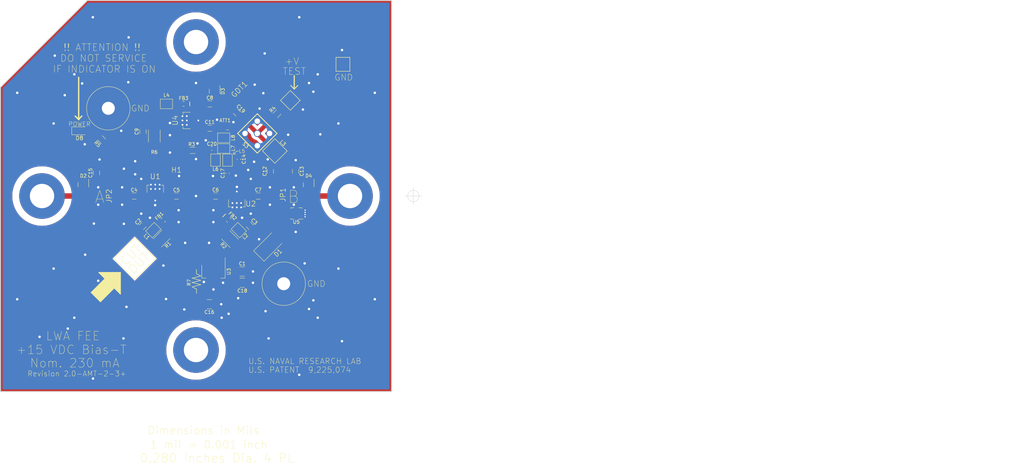
<source format=kicad_pcb>
(kicad_pcb (version 20221018) (generator pcbnew)
  (title_block (title "LWA FEE") (date "2022-04-14") (rev "2.0-32+") (company "Long Wavelength Array") (comment 1 "Brian Hicks / Whitham D. Reeve") (comment 2 "Washington, DC 20375") (comment 3 "4555 Overlook Avenue SW") (comment 4 "U.S. Naval Research Laboratory"))
  (layers (0 "F.Cu" signal) (31 "B.Cu" signal) (34 "B.Paste" user) (35 "F.Paste" user) (36 "B.SilkS" user "B.Silkscreen") (37 "F.SilkS" user "F.Silkscreen") (38 "B.Mask" user) (39 "F.Mask" user) (44 "Edge.Cuts" user))
  (net 0 "")
  (net 1 "GND")
  (net 2 "Net-(ATT1-Pad1)")
  (net 3 "Net-(ATT1-Pad2)")
  (net 4 "Net-(D1-K)")
  (net 5 "Net-(C2-Pad2)")
  (net 6 "Net-(C3-Pad2)")
  (net 7 "Net-(FP1-Pin_1)")
  (net 8 "Net-(C4-Pad1)")
  (net 9 "Net-(C5-Pad1)")
  (net 10 "Net-(C5-Pad2)")
  (net 11 "Net-(C6-Pad2)")
  (net 12 "Net-(C6-Pad1)")
  (net 13 "Net-(C7-Pad1)")
  (net 14 "Net-(FP2-Pin_1)")
  (net 15 "/DC_PWR")
  (net 16 "Net-(C8-Pad2)")
  (net 17 "Net-(C9-Pad2)")
  (net 18 "/VReg")
  (net 19 "Net-(C11-Pad1)")
  (net 20 "Net-(JP1-B)")
  (net 21 "Net-(C14-Pad2)")
  (net 22 "Net-(JP2-A)")
  (net 23 "Net-(C17-Pad2)")
  (net 24 "Net-(D1-A)")
  (net 25 "Net-(D8-A)")
  (net 26 "Net-(FB1-Pad1)")
  (net 27 "Net-(FB2-Pad1)")
  (net 28 "Net-(FB3-Pad1)")
  (net 31 "Net-(H1-Pad1)")
  (net 32 "Net-(H1-Pad3)")
  (net 33 "Net-(C19-Pad2)")
  (net 35 "Net-(C20-Pad2)")
  (net 36 "Net-(R4-Pad2)")
  (footprint "Diode_SMD:D_SMB_Handsoldering" (layer "F.Cu") (at 147.564102 155.940508 45)
    (fp_text reference "D1")
    (fp_text value "SK24")
  )
  (footprint "LED_SMD:LED_1206_3216Metric" (layer "F.Cu") (at 91.8464 122.682)
    (fp_text reference "D8")
    (fp_text value "Green")
  )
  (footprint "Inductor_SMD:L_0805_2012Metric_Pad1.15x1.40mm_HandSolder" (layer "F.Cu") (at 135.442754 148.752354 135)
    (fp_text reference "FB2")
    (fp_text value "HZ0805C202R-10")
  )
  (footprint "LWA Balun 2020:Feedpoint" (layer "F.Cu") (at 80.8824 141.732)
    (fp_text reference "FP1" hide)
    (fp_text value "1/4-20 FREE-FIT")
  )
  (footprint "LWA Balun 2020:Feedpoint" (layer "F.Cu") (at 170.8824 141.732)
    (fp_text reference "FP2" hide)
    (fp_text value "1/4-20 FREE-FIT")
  )
  (footprint "LWA Balun 2020:Feedpoint" (layer "F.Cu") (at 125.8824 96.732)
    (fp_text reference "FP3" hide)
    (fp_text value "1/4-20 FREE-FIT")
  )
  (footprint "LWA Balun 2020:Feedpoint" (layer "F.Cu") (at 125.8824 186.732)
    (fp_text reference "FP4" hide)
    (fp_text value "1/4-20 FREE-FIT")
  )
  (footprint "LWA Balun 2020:AMT-2" (layer "F.Cu") (at 128.4224 133.35 180)
    (fp_text reference "H1")
    (fp_text value "AMT-32+")
  )
  (footprint "LWA Balun 2020:1008CS" (layer "F.Cu") (at 113.387353 151.687047 45)
    (fp_text reference "L1")
    (fp_text value "4.7 uH")
  )
  (footprint "LWA Balun 2020:1008CS" (layer "F.Cu") (at 138.374613 151.684213 135)
    (fp_text reference "L2")
    (fp_text value "4.7 uH")
  )
  (footprint "LWA Balun 2020:Harwin_TP_S1751-46R" (layer "F.Cu") (at 168.8084 103.251)
    (fp_text reference "TP2" hide)
    (fp_text value "GND TEST")
  )
  (footprint "LWA Balun 2020:MCL_Gali" (layer "F.Cu") (at 113.9698 139.954 90)
    (fp_text reference "U1")
    (fp_text value "GALI-74+")
  )
  (footprint "LWA Balun 2020:MCL_Gali" (layer "F.Cu") (at 123.4694 119.6594 180)
    (fp_text reference "U4")
    (fp_text value "GALI-6+")
  )
  (footprint "LWA Balun 2020:S1621-46R" (layer "F.Cu") (at 100.4824 141.87 -90)
    (fp_text reference "JP2")
    (fp_text value "JS1621-46R")
  )
  (footprint "LWA Balun 2020:1008CS" (layer "F.Cu") (at 117.242412 114.808)
    (fp_text reference "L4")
    (fp_text value "4.7 uH")
  )
  (footprint "Inductor_SMD:L_0805_2012Metric_Pad1.15x1.40mm_HandSolder" (layer "F.Cu") (at 122.2494 114.808)
    (fp_text reference "FB3")
    (fp_text value "HZ0805C202R-10")
  )
  (footprint "LWA Balun 2020:1008PS" (layer "F.Cu") (at 148.923327 128.577927 -45)
    (fp_text reference "L3")
    (fp_text value "4.7 uH")
  )
  (footprint "LWA Balun 2020:2035-09-SM-RPLF" (layer "F.Cu") (at 141.50732 113.28008 -135)
    (fp_text reference "GDT1")
    (fp_text value "2035-09-SM-RPLF")
  )
  (footprint "LWA Balun 2020:GND_Bolt" (layer "F.Cu") (at 151.508028 167.357628)
    (fp_text reference "MH1" hide)
    (fp_text value "GND_Bolt")
  )
  (footprint "Inductor_SMD:L_0805_2012Metric_Pad1.15x1.40mm_HandSolder" (layer "F.Cu") (at 116.322046 148.752354 45)
    (fp_text reference "FB1")
    (fp_text value "HZ0805C202R-10")
  )
  (footprint "LWA Balun 2020:GND_Bolt" (layer "F.Cu") (at 100.256772 116.106372)
    (fp_text reference "MH2" hide)
    (fp_text value "GND_Bolt")
  )
  (footprint "LWA Balun 2020:C_1206_3216Metric_Pad1.6x1.8mm" (layer "F.Cu") (at 110.297221 150.476589 -135)
    (fp_text reference "C2")
    (fp_text value "0.1 uF")
  )
  (footprint "LWA Balun 2020:C_1206_3216Metric_Pad1.6x1.8mm" (layer "F.Cu") (at 141.591331 150.455931 -45)
    (fp_text reference "C3")
    (fp_text value "0.1 uF")
  )
  (footprint "LWA Balun 2020:C_1206_3216Metric_Pad1.6x1.8mm" (layer "F.Cu") (at 120.1644 141.732 180)
    (fp_text reference "C5")
    (fp_text value "0.1 uF")
  )
  (footprint "LWA Balun 2020:C_1206_3216Metric_Pad1.6x1.8mm" (layer "F.Cu") (at 131.6004 141.732)
    (fp_text reference "C6")
    (fp_text value "0.1 uF")
  )
  (footprint "LWA Balun 2020:C_1206_3216Metric_Pad1.6x1.8mm" (layer "F.Cu") (at 144.046397 141.732)
    (fp_text reference "C7")
    (fp_text value "1000 pF")
  )
  (footprint "LWA Balun 2020:C_1206_3216Metric_Pad1.6x1.8mm" (layer "F.Cu") (at 129.9099 114.808 180)
    (fp_text reference "C8")
    (fp_text value "0.1 uF")
  )
  (footprint "LWA Balun 2020:C_1206_3216Metric_Pad1.6x1.8mm" (layer "F.Cu") (at 110.3884 122.8965 90)
    (fp_text reference "C9")
    (fp_text value "0.1 uF")
  )
  (footprint "LWA Balun 2020:C_1206_3216Metric_Pad1.6x1.8mm" (layer "F.Cu") (at 129.9099 121.92)
    (fp_text reference "C11")
    (fp_text value "1000 pF")
  )
  (footprint "LWA Balun 2020:C_1206_3216Metric_Pad1.6x1.8mm" (layer "F.Cu") (at 147.6024 134.512 -90)
    (fp_text reference "C12")
    (fp_text value "0.1 uF")
  )
  (footprint "LWA Balun 2020:C_1206_3216Metric_Pad1.6x1.8mm" (layer "F.Cu") (at 154.9624 134.512 -90)
    (fp_text reference "C13")
    (fp_text value "0.1 uF")
  )
  (footprint "LWA Balun 2020:C_1206_3216Metric_Pad1.6x1.8mm" (layer "F.Cu") (at 96.7994 134.998 -90)
    (fp_text reference "C15")
    (fp_text value "0.1 uF")
  )
  (footprint "LWA Balun 2020:R_2512_6332Metric_Pad1.8x3.35mm" (layer "F.Cu") (at 115.849399 154.172611 -135)
    (fp_text reference "R1")
    (fp_text value "91R")
  )
  (footprint "LWA Balun 2020:R_2512_6332Metric_Pad1.8x3.35mm" (layer "F.Cu") (at 113.6904 124.206 90)
    (fp_text reference "R6")
    (fp_text value "95.3R")
  )
  (footprint "LWA Balun 2020:R_2512_6332Metric_Pad1.8x3.35mm" (layer "F.Cu") (at 135.788401 154.299611 -45)
    (fp_text reference "R2")
    (fp_text value "91R")
  )
  (footprint "LWA Balun 2020:1008CS" (layer "F.Cu") (at 131.572 131.23781 -90)
    (fp_text reference "L6")
    (fp_text value "33 nH")
  )
  (footprint "LWA Balun 2020:1008CS" (layer "F.Cu") (at 135.1026 131.23781 90)
    (fp_text reference "L5" hide)
    (fp_text value "100 nH")
  )
  (footprint "LWA Balun 2020:MCL_Gali" (layer "F.Cu") (at 137.795 143.51 -90)
    (fp_text reference "U2")
    (fp_text value "GALI-74+")
  )
  (footprint "LWA Balun 2020:C_1206_3216Metric_Pad1.6x1.8mm" (layer "F.Cu") (at 107.8059 141.732 180)
    (fp_text reference "C4")
    (fp_text value "1000 pF")
  )
  (footprint "LWA Balun 2020:C_1206_3216Metric_Pad1.6x1.8mm" (layer "F.Cu") (at 137.821051 117.348651 135)
    (fp_text reference "C19")
    (fp_text value "0.1 uF")
  )
  (footprint "Capacitor_SMD:C_0603_1608Metric_Pad1.08x0.95mm_HandSolder" (layer "F.Cu") (at 138.4046 130.96981 90)
    (fp_text reference "C14")
    (fp_text value "33 pF")
  )
  (footprint "Capacitor_SMD:C_0603_1608Metric_Pad1.08x0.95mm_HandSolder" (layer "F.Cu") (at 135.1026 135.114 90)
    (fp_text reference "C17")
    (fp_text value "33 pF")
  )
  (footprint "LWA Balun 2020:1008CS" (layer "F.Cu") (at 133.9596 127.8636 180)
    (fp_text reference "L7")
    (fp_text value "33 nH")
  )
  (footprint "Capacitor_SMD:C_0603_1608Metric_Pad1.08x0.95mm_HandSolder" (layer "F.Cu") (at 130.5063 127.8636)
    (fp_text reference "C20")
    (fp_text value "OPT")
  )
  (footprint "Resistor_SMD:R_1206_3216Metric_Pad1.30x1.75mm_HandSolder" (layer "F.Cu") (at 124.8924 128.397 180)
    (fp_text reference "R3")
    (fp_text value "51R")
  )
  (footprint "LWA Balun 2020:RF_Attenuator_Susumu_PAT1220_3D" (layer "F.Cu") (at 134.3526 121.32 180)
    (fp_text reference "ATT1")
    (fp_text value "PAT1220-C-3DB")
  )
  (footprint "Package_TO_SOT_SMD:SOT-23" (layer "F.Cu") (at 92.9574 138.446 -90)
    (fp_text reference "D2")
    (fp_text value "BAV99LT1G")
  )
  (footprint "Package_TO_SOT_SMD:SOT-23" (layer "F.Cu") (at 158.8074 138.446 -90)
    (fp_text reference "D4")
    (fp_text value "BAV99LT1G")
  )
  (footprint "Package_TO_SOT_SMD:SOT-23" (layer "F.Cu") (at 131.3099 111.141 -90)
    (fp_text reference "D3")
    (fp_text value "BAV99LT1G")
  )
  (footprint "LWA Balun 2020:S1621-46R" (layer "F.Cu") (at 151.2824 141.362 90)
    (fp_text reference "JP1")
    (fp_text value "JS1621-46R")
  )
  (footprint "Resistor_SMD:R_1206_3216Metric_Pad1.30x1.75mm_HandSolder" (layer "F.Cu") (at 149.540221 117.693179 45)
    (fp_text reference "R4")
    (fp_text value "4.7k")
  )
  (footprint "LWA Balun 2020:Harwin_TP_S1751-46R" (layer "F.Cu") (at 153.44139 113.792 45)
    (fp_text reference "TP1" hide)
    (fp_text value "+V TEST")
  )
  (footprint "LWA Balun 2020:1008CS_RES" (layer "F.Cu") (at 133.9596 124.714)
    (fp_text reference "L8")
    (fp_text value "OPT")
  )
  (footprint "Capacitor_SMD:C_1210_3225Metric_Pad1.33x2.70mm_HandSolder" (layer "F.Cu") (at 129.7829 173.355 180)
    (fp_text reference "C16")
    (fp_text value "22 uF")
  )
  (footprint "Package_TO_SOT_SMD:SOT-223-3_TabPin2" (layer "F.Cu") (at 130.9764 163.805 -90)
    (fp_text reference "U3")
    (fp_text value "LM2937IMP-12")
  )
  (footprint "Capacitor_SMD:C_1210_3225Metric_Pad1.33x2.70mm_HandSolder" (layer "F.Cu") (at 139.3829 167.0812 180)
    (fp_text reference "C18")
    (fp_text value "10 uF")
  )
  (footprint "Capacitor_SMD:C_1210_3225Metric_Pad1.33x2.70mm_HandSolder" (layer "F.Cu") (at 139.3829 163.76996 180)
    (fp_text reference "C1")
    (fp_text value "10 uF")
  )
  (footprint "LWA Balun 2020:ESR_20_mOhm" (layer "F.Cu") (at 126.0094 167.005 90)
    (fp_text reference "R7")
    (fp_text value "20 mOhm")
  )
  (footprint "LWA Balun 2020:Texas_DRB0008A_VSON-N8_No_Vias" (layer "F.Cu") (at 155.179747 146.828826 180)
    (fp_text reference "U5")
    (fp_text value "TVS2201")
  )
  (footprint "FabDrawingTemplates:FabDrawing-2Layer-Imperial_LWA" (layer "F.Cu") (at 237.6424 116.967)
    (fp_text reference "G1" hide)
    (fp_text value "PCB Layer Stackup Detail" hide)
  )
  (footprint "Resistor_SMD:R_1206_3216Metric_Pad1.30x1.75mm_HandSolder" (layer "F.Cu") (at 98.344334 125.242934 135)
    (fp_text reference "R5")
    (fp_text value "4.7k")
  )
  (footprint "LWA Balun 2020:SMA_142-0701-201" (layer "B.Cu") (at 143.7894 123.444 -45)
    (fp_text reference "S3")
    (fp_text value "RF OUT+DC IN")
  )
  (gr_line (start 136.8552 129.4892) (end 137.4902 129.4892) (stroke (width 0.127)) (layer "F.SilkS"))
  (gr_line (start 136.8552 129.4892) (end 136.8552 128.8542) (stroke (width 0.127)) (layer "F.SilkS"))
  (gr_line (start 136.8552 129.4892) (end 137.7442 128.6002) (stroke (width 0.127)) (layer "F.SilkS"))
  (gr_line (start 137.7442 128.6002) (end 138.3792 128.6002) (stroke (width 0.127)) (layer "F.SilkS"))
  (gr_line (start 107.9754 166.116) (end 114.0714 160.02) (stroke (width 0.15)) (layer "F.SilkS"))
  (gr_line (start 149.53676 123.444) (end 143.7894 129.19136) (stroke (width 0.254)) (layer "F.SilkS"))
  (gr_line (start 103.7844 170.37018) (end 103.7844 164.084) (stroke (width 0.254)) (layer "F.SilkS"))
  (gr_line (start 124.0494 115.408) (end 124.0494 114.208) (stroke (width 0.2)) (layer "F.SilkS"))
  (gr_line (start 99.29427 165.88005) (end 95.25316 169.92117) (stroke (width 0.254)) (layer "F.SilkS"))
  (gr_line (start 154.5844 110.46839) (end 154.5844 106.553) (stroke (width 0.254)) (layer "F.SilkS"))
  (gr_line (start 101.8794 160.02) (end 107.9754 153.924) (stroke (width 0.15)) (layer "F.SilkS"))
  (gr_line (start 154.5844 110.46839) (end 153.54269 109.42668) (stroke (width 0.254)) (layer "F.SilkS"))
  (gr_line (start 114.0714 160.02) (end 107.9754 153.924) (stroke (width 0.15)) (layer "F.SilkS"))
  (gr_poly (pts (xy 102.7684 167.894) (xy 101.98835 168.57413) (xy 99.29427 165.88005) (xy 99.9744 165.1)) (stroke (width 0.1)) (fill solid) (layer "F.SilkS"))
  (gr_line (start 101.8794 160.02) (end 107.9754 166.116) (stroke (width 0.15)) (layer "F.SilkS"))
  (gr_line (start 134.52352 146.98459) (end 133.67499 147.83312) (stroke (width 0.2)) (layer "F.SilkS"))
  (gr_line (start 103.7844 170.37018) (end 101.98835 168.57413) (stroke (width 0.254)) (layer "F.SilkS"))
  (gr_line (start 91.5924 119.38) (end 90.5764 118.364) (stroke (width 0.381)) (layer "F.SilkS"))
  (gr_line (start 149.53676 123.444) (end 143.7894 117.69664) (stroke (width 0.254)) (layer "F.SilkS"))
  (gr_poly (pts (xy 103.7844 170.37018) (xy 101.98835 168.57413) (xy 102.7684 167.894) (xy 99.9744 165.1) (xy 99.29427 165.88005) (xy 97.49822 164.084) (xy 103.7844 164.084)) (stroke (width 0.1)) (fill solid) (layer "F.SilkS"))
  (gr_line (start 143.7894 129.19136) (end 138.04204 123.444) (stroke (width 0.254)) (layer "F.SilkS"))
  (gr_line (start 143.7894 117.69664) (end 138.04204 123.444) (stroke (width 0.254)) (layer "F.SilkS"))
  (gr_line (start 91.5924 119.38) (end 92.4814 118.364) (stroke (width 0.381)) (layer "F.SilkS"))
  (gr_line (start 101.98835 168.57413) (end 97.94723 172.61524) (stroke (width 0.254)) (layer "F.SilkS"))
  (gr_line (start 154.5844 110.46839) (end 154.5844 106.553) (stroke (width 0.254)) (layer "F.SilkS"))
  (gr_line (start 99.29427 165.88005) (end 97.49822 164.084) (stroke (width 0.254)) (layer "F.SilkS"))
  (gr_line (start 155.62611 109.42668) (end 154.5844 110.46839) (stroke (width 0.254)) (layer "F.SilkS"))
  (gr_line (start 97.94723 172.61524) (end 95.25316 169.92117) (stroke (width 0.254)) (layer "F.SilkS"))
  (gr_poly (pts (xy 101.98835 168.57413) (xy 97.94723 172.61524) (xy 95.25316 169.92117) (xy 99.29427 165.88005)) (stroke (width 0.1)) (fill solid) (layer "F.SilkS"))
  (gr_line (start 103.7844 164.084) (end 97.49822 164.084) (stroke (width 0.254)) (layer "F.SilkS"))
  (gr_line (start 91.5924 107.061) (end 91.5924 119.38) (stroke (width 0.381)) (layer "F.SilkS"))
  (gr_line (start 183.0324 198.882) (end 183.0324 84.582) (stroke (width 0.254)) (layer "Edge.Cuts"))
  (gr_line (start 183.0324 84.582) (end 94.1324 84.582) (stroke (width 0.254)) (layer "Edge.Cuts"))
  (gr_line (start 68.7324 198.882) (end 68.7324 109.982) (stroke (width 0.254)) (layer "Edge.Cuts"))
  (gr_line (start 114.3254 160.02) (end 107.9754 153.67) (stroke (width 0.0254)) (layer "Edge.Cuts"))
  (gr_line (start 114.3254 160.02) (end 107.9754 166.37) (stroke (width 0.0254)) (layer "Edge.Cuts"))
  (gr_line (start 107.9754 166.37) (end 101.6254 160.02) (stroke (width 0.0254)) (layer "Edge.Cuts"))
  (gr_line (start 183.0324 198.882) (end 68.7324 198.882) (stroke (width 0.254)) (layer "Edge.Cuts"))
  (gr_line (start 107.9754 153.67) (end 101.6254 160.02) (stroke (width 0.0254)) (layer "Edge.Cuts"))
  (gr_line (start 94.1324 84.582) (end 68.7324 109.982) (stroke (width 0.254)) (layer "Edge.Cuts"))
  (gr_text "A" (at 96.1644 141.986) (layer "F.SilkS") (effects (font (size 3.556 3.556) (thickness 0.1)) (justify left)))
  (gr_text "+V" (at 156.1084 102.362) (layer "F.SilkS") (effects (font (size 2.032 2.032) (thickness 0.1)) (justify right)))
  (gr_text "GND" (at 166.2684 107.061) (layer "F.SilkS") (effects (font (size 1.778 1.778) (thickness 0.1)) (justify left)))
  (gr_text "GND" (at 106.8324 116.106372) (layer "F.SilkS") (effects (font (size 1.778 1.778) (thickness 0.1)) (justify left)))
  (gr_text "POWER" (at 88.5444 120.7008) (layer "F.SilkS") (effects (font (size 1.27 1.27) (thickness 0.1)) (justify left)))
  (gr_text "Revision 2.0-AMT-2-3+" (at 105.5784 193.6496) (layer "F.SilkS") (effects (font (size 1.524 1.524) (thickness 0.1)) (justify right)))
  (gr_text "B" (at 152.5524 141.986) (layer "F.SilkS") (effects (font (size 3.556 3.556) (thickness 0.1)) (justify left)))
  (gr_text "+15 VDC Bias-T" (at 105.673286 186.6392) (layer "F.SilkS") (effects (font (size 2.54 2.54) (thickness 0.1)) (justify right)))
  (gr_text "TEST" (at 158.125495 105.283) (layer "F.SilkS") (effects (font (size 2.032 2.032) (thickness 0.1)) (justify right)))
  (gr_text "GND" (at 158.2674 167.357628) (layer "F.SilkS") (effects (font (size 1.778 1.778) (thickness 0.1)) (justify left)))
  (gr_text "L5" (at 138.3538 128.6256) (layer "F.SilkS") (effects (font (size 1.016 1.016) (thickness 0.1)) (justify left)))
  (gr_text "CUT" (at 104.2924 161.544 45) (layer "F.SilkS") (effects (font (size 2.54 2.54) (thickness 0.1)) (justify left)))
  (gr_text "DO NOT SERVICE" (at 111.6584 101.473) (layer "F.SilkS") (effects (font (size 2.032 2.032) (thickness 0.1)) (justify right)))
  (gr_text "Dimensions in Mils " (at 111.6076 210.2104) (layer "F.SilkS") (effects (font (size 2.286 2.286) (thickness 0.1)) (justify left)))
  (gr_text "1 mil = 0.001 inch" (at 112.4204 214.376) (layer "F.SilkS") (effects (font (size 2.286 2.286) (thickness 0.1)) (justify left)))
  (gr_text "LWA FEE" (at 97.910562 182.626) (layer "F.SilkS") (effects (font (size 2.54 2.54) (thickness 0.1)) (justify right)))
  (gr_text "OUT" (at 106.5784 163.957 45) (layer "F.SilkS") (effects (font (size 2.54 2.54) (thickness 0.1)) (justify left)))
  (gr_text "0.280 Inches Dia. 4 PL" (at 109.3724 218.313) (layer "F.SilkS") (effects (font (size 2.54 2.54) (thickness 0.1)) (justify left)))
  (gr_text "U.S. PATENT  9,225,074" (at 171.254876 192.532) (layer "F.SilkS") (effects (font (size 1.651 1.651) (thickness 0.1)) (justify right)))
  (gr_text "IF INDICATOR IS ON" (at 114.1984 104.648) (layer "F.SilkS") (effects (font (size 2.032 2.032) (thickness 0.1)) (justify right)))
  (gr_text "Nom. 230 mA" (at 103.638867 190.5508) (layer "F.SilkS") (effects (font (size 2.54 2.54) (thickness 0.1)) (justify right)))
  (gr_text "U.S. NAVAL RESEARCH LAB" (at 174.2424 189.992) (layer "F.SilkS") (effects (font (size 1.651 1.651) (thickness 0.1)) (justify right)))
  (gr_text "!! ATTENTION !!" (at 109.7534 98.298) (layer "F.SilkS") (effects (font (size 2.032 2.032) (thickness 0.1)) (justify right)))
  (target plus (at 189.3824 141.732) (size 5) (width 0.1) (layer "Edge.Cuts"))
  (segment (start 157.757248 145.853826) (end 156.729746 145.853826) (width 0.3048) (layer "F.Cu") (net 1))
  (segment (start 157.757247 147.803826) (end 156.729747 147.803826) (width 0.3048) (layer "F.Cu") (net 1))
  (segment (start 157.757247 147.153826) (end 156.729746 147.153826) (width 0.3048) (layer "F.Cu") (net 1))
  (segment (start 157.757247 146.503826) (end 156.729747 146.503826) (width 0.3048) (layer "F.Cu") (net 1))
  (segment (start 126.3174 128.397) (end 126.3174 126.365) (width 1.143) (layer "F.Cu") (net 1))
  (segment (start 140.53951 149.40411) (end 139.3444 148.209) (width 1.143) (layer "F.Cu") (net 1))
  (segment (start 112.4204 148.082) (end 111.2253 149.4041) (width 1.016) (layer "F.Cu") (net 1))
  (segment (start 125.8824 133.35) (end 125.8824 130.937) (width 1.143) (layer "F.Cu") (net 1))
  (segment (start 125.8824 141.732) (end 125.8824 138.43) (width 1.143) (layer "F.Cu") (net 1))
  (segment (start 139.3444 148.209) (end 139.3444 148.082) (width 1.143) (layer "F.Cu") (net 1))
  (via (at 125.8824 141.732) (size 1.27) (drill 0.7112) (layers "F.Cu" "B.Cu") (net 1))
  (via (at 135.4074 176.149) (size 1.27) (drill 0.7112) (layers "F.Cu" "B.Cu") (net 1))
  (via (at 154.4574 144.272) (size 1.27) (drill 0.7112) (layers "F.Cu" "B.Cu") (net 1))
  (via (at 117.1194 171.831) (size 1.27) (drill 0.7112) (layers "F.Cu" "B.Cu") (net 1))
  (via (at 125.8824 130.937) (size 1.27) (drill 0.7112) (layers "F.Cu" "B.Cu") (net 1))
  (via (at 116.3574 162.052) (size 1.27) (drill 0.7112) (layers "F.Cu" "B.Cu") (net 1))
  (via (at 157.757248 145.853826) (size 0.762) (drill 0.381) (layers "F.Cu" "B.Cu") (net 1))
  (via (at 157.757247 147.803826) (size 0.762) (drill 0.381) (layers "F.Cu" "B.Cu") (net 1))
  (via (at 157.757247 147.153826) (size 0.762) (drill 0.381) (layers "F.Cu" "B.Cu") (net 1))
  (via (at 157.757247 146.503826) (size 0.762) (drill 0.381) (layers "F.Cu" "B.Cu") (net 1))
  (via (at 126.3174 126.365) (size 1.27) (drill 0.7112) (layers "F.Cu" "B.Cu") (net 1))
  (via (at 130.98442 169.037) (size 1.27) (drill 0.7112) (layers "F.Cu" "B.Cu") (net 1))
  (via (at 128.1684 166.83804) (size 1.27) (drill 0.7112) (layers "F.Cu" "B.Cu") (net 1))
  (via (at 133.7844 167.07196) (size 1.27) (drill 0.7112) (layers "F.Cu" "B.Cu") (net 1))
  (via (at 142.5194 163.769954) (size 1.27) (drill 0.7112) (layers "F.Cu" "B.Cu") (net 1))
  (via (at 142.5194 167.0812) (size 1.27) (drill 0.7112) (layers "F.Cu" "B.Cu") (net 1))
  (via (at 133.2484 173.355) (size 1.27) (drill 0.7112) (layers "F.Cu" "B.Cu") (net 1))
  (via (at 118.2624 123.952) (size 1.27) (drill 0.7112) (layers "F.Cu" "B.Cu") (net 1))
  (via (at 90.3224 106.172) (size 1.27) (drill 0.7112) (layers "F.Cu" "B.Cu") (net 1))
  (via (at 167.49003 162.93215) (size 1.27) (drill 0.7112) (layers "F.Cu" "B.Cu") (net 1))
  (via (at 146.8374 131.0132) (size 1.27) (drill 0.7112) (layers "F.Cu" "B.Cu") (net 1))
  (via (at 87.5284 112.268) (size 1.27) (drill 0.7112) (layers "F.Cu" "B.Cu") (net 1))
  (via (at 147.4724 139.192) (size 1.27) (drill 0.7112) (layers "F.Cu" "B.Cu") (net 1))
  (via (at 112.4204 148.082) (size 1.27) (drill 0.7112) (layers "F.Cu" "B.Cu") (net 1))
  (via (at 139.3444 148.082) (size 1.27) (drill 0.7112) (layers "F.Cu" "B.Cu") (net 1))
  (via (at 143.0274 109.1946) (size 1.27) (drill 0.7112) (layers "F.Cu" "B.Cu") (net 1))
  (via (at 113.9444 144.399) (size 1.27) (drill 0.7112) (layers "F.Cu" "B.Cu") (net 1))
  (via (at 108.1024 135.382) (size 1.27) (drill 0.7112) (layers "F.Cu" "B.Cu") (net 1))
  (via (at 130.8354 135.89) (size 1.27) (drill 0.7112) (layers "F.Cu" "B.Cu") (net 1))
  (via (at 92.6084 108.839) (size 1.27) (drill 0.7112) (layers "F.Cu" "B.Cu") (net 1))
  (via (at 144.4498 116.1796) (size 1.27) (drill 0.7112) (layers "F.Cu" "B.Cu") (net 1))
  (via (at 93.3704 126.619) (size 1.27) (drill 0.7112) (layers "F.Cu" "B.Cu") (net 1))
  (via (at 95.7199 89.48901) (size 1.27) (drill 0.7112) (layers "F.Cu" "B.Cu") (net 1))
  (via (at 152.8064 123.825) (size 1.27) (drill 0.7112) (layers "F.Cu" "B.Cu") (net 1))
  (via (at 88.4174 180.467) (size 1.27) (drill 0.7112) (layers "F.Cu" "B.Cu") (net 1))
  (via (at 97.3074 139.192) (size 1.27) (drill 0.7112) (layers "F.Cu" "B.Cu") (net 1))
  (via (at 104.2924 144.272) (size 1.27) (drill 0.7112) (layers "F.Cu" "B.Cu") (net 1))
  (via (at 160.1724 172.212) (size 1.27) (drill 0.7112) (layers "F.Cu" "B.Cu") (net 1))
  (via (at 97.3074 144.272) (size 1.27) (drill 0.7112) (layers "F.Cu" "B.Cu") (net 1))
  (via (at 104.8004 149.86) (size 1.27) (drill 0.7112) (layers "F.Cu" "B.Cu") (net 1))
  (via (at 84.6074 100.711) (size 1.27) (drill 0.7112) (layers "F.Cu" "B.Cu") (net 1))
  (via (at 157.1244 116.459) (size 1.27) (drill 0.7112) (layers "F.Cu" "B.Cu") (net 1))
  (via (at 158.9024 108.712) (size 1.27) (drill 0.7112) (layers "F.Cu" "B.Cu") (net 1))
  (via (at 156.0449 89.48902) (size 1.27) (drill 0.7112) (layers "F.Cu" "B.Cu") (net 1))
  (via (at 141.8844 146.8882) (size 1.27) (drill 0.7112) (layers "F.Cu" "B.Cu") (net 1))
  (via (at 96.0374 149.7838) (size 1.27) (drill 0.7112) (layers "F.Cu" "B.Cu") (net 1))
  (via (at 104.68225 183.33963) (size 1.27) (drill 0.7112) (layers "F.Cu" "B.Cu") (net 1))
  (via (at 108.1024 131.572) (size 1.27) (drill 0.7112) (layers "F.Cu" "B.Cu") (net 1))
  (via (at 84.27477 162.93215) (size 1.27) (drill 0.7112) (layers "F.Cu" "B.Cu") (net 1))
  (via (at 73.63941 171.8945) (size 1.27) (drill 0.7112) (layers "F.Cu" "B.Cu") (net 1))
  (via (at 142.8496 131.7244) (size 1.27) (drill 0.7112) (layers "F.Cu" "B.Cu") (net 1))
  (via (at 154.4574 139.192) (size 1.27) (drill 0.7112) (layers "F.Cu" "B.Cu") (net 1))
  (via (at 80.1624 182.88) (size 1.27) (drill 0.7112) (layers "F.Cu" "B.Cu") (net 1))
  (via (at 128.7272 125.4506) (size 1.27) (drill 0.7112) (layers "F.Cu" "B.Cu") (net 1))
  (via (at 132.0038 119.4308) (size 1.27) (drill 0.7112) (layers "F.Cu" "B.Cu") (net 1))
  (via (at 167.49003 120.53185) (size 1.27) (drill 0.7112) (layers "F.Cu" "B.Cu") (net 1))
  (via (at 130.9624 145.8722) (size 1.27) (drill 0.7112) (layers "F.Cu" "B.Cu") (net 1))
  (via (at 145.9484 100.076) (size 1.27) (drill 0.7112) (layers "F.Cu" "B.Cu") (net 1))
  (via (at 120.9294 135.89) (size 1.27) (drill 0.7112) (layers "F.Cu" "B.Cu") (net 1))
  (via (at 104.0384 122.682) (size 1.27) (drill 0.7112) (layers "F.Cu" "B.Cu") (net 1))
  (via (at 122.4534 174.879) (size 1.27) (drill 0.7112) (layers "F.Cu" "B.Cu") (net 1))
  (via (at 109.8804 146.8882) (size 1.27) (drill 0.7112) (layers "F.Cu" "B.Cu") (net 1))
  (via (at 93.4974 158.877) (size 1.27) (drill 0.7112) (layers "F.Cu" "B.Cu") (net 1))
  (via (at 129.6924 155.4226) (size 1.27) (drill 0.7112) (layers "F.Cu" "B.Cu") (net 1))
  (via (at 130.9624 149.352) (size 1.27) (drill 0.7112) (layers "F.Cu" "B.Cu") (net 1))
  (via (at 73.63942 111.5695) (size 1.27) (drill 0.7112) (layers "F.Cu" "B.Cu") (net 1))
  (via (at 136.8044 120.142) (size 1.27) (drill 0.7112) (layers "F.Cu" "B.Cu") (net 1))
  (via (at 97.6884 131.064) (size 1.27) (drill 0.7112) (layers "F.Cu" "B.Cu") (net 1))
  (via (at 178.12539 111.5695) (size 1.27) (drill 0.7112) (layers "F.Cu" "B.Cu") (net 1))
  (via (at 141.1224 134.112) (size 1.27) (drill 0.7112) (layers "F.Cu" "B.Cu") (net 1))
  (via (at 97.3074 166.497) (size 1.27) (drill 0.7112) (layers "F.Cu" "B.Cu") (net 1))
  (via (at 120.8024 145.8722) (size 1.27) (drill 0.7112) (layers "F.Cu" "B.Cu") (net 1))
  (via (at 95.7834 195.072) (size 1.27) (drill 0.7112) (layers "F.Cu" "B.Cu") (net 1))
  (via (at 155.0162 152.2222) (size 1.27) (drill 0.7112) (layers "F.Cu" "B.Cu") (net 1))
  (via (at 118.2624 129.032) (size 1.27) (drill 0.7112) (layers "F.Cu" "B.Cu") (net 1))
  (via (at 161.4424 106.172) (size 1.27) (drill 0.7112) (layers "F.Cu" "B.Cu") (net 1))
  (via (at 147.08255 183.33963) (size 1.27) (drill 0.7112) (layers "F.Cu" "B.Cu") (net 1))
  (via (at 137.5156 135.763) (size 1.27) (drill 0.7112) (layers "F.Cu" "B.Cu") (net 1))
  (via (at 133.3754 177.292) (size 1.27) (drill 0.7112) (layers "F.Cu" "B.Cu") (net 1))
  (via (at 145.542 111.6838) (size 1.27) (drill 0.7112) (layers "F.Cu" "B.Cu") (net 1))
  (via (at 141.8844 136.7282) (size 1.27) (drill 0.7112) (layers "F.Cu" "B.Cu") (net 1))
  (via (at 125.8824 108.712) (size 1.27) (drill 0.7112) (layers "F.Cu" "B.Cu") (net 1))
  (via (at 106.1974 95.377) (size 1.27) (drill 0.7112) (layers "F.Cu" "B.Cu") (net 1))
  (via (at 105.5624 174.117) (size 1.27) (drill 0.7112) (layers "F.Cu" "B.Cu") (net 1))
  (via (at 146.2024 175.387) (size 1.27) (drill 0.7112) (layers "F.Cu" "B.Cu") (net 1))
  (via (at 147.4724 144.272) (size 1.27) (drill 0.7112) (layers "F.Cu" "B.Cu") (net 1))
  (via (at 161.4424 177.292) (size 1.27) (drill 0.7112) (layers "F.Cu" "B.Cu") (net 1))
  (via (at 120.8024 149.352) (size 1.27) (drill 0.7112) (layers "F.Cu" "B.Cu") (net 1))
  (via (at 106.0958 108.4834) (size 1.27) (drill 0.7112) (layers "F.Cu" "B.Cu") (net 1))
  (via (at 162.2044 123.698) (size 1.27) (drill 0.7112) (layers "F.Cu" "B.Cu") (net 1))
  (via (at 122.7074 155.4226) (size 1.27) (drill 0.7112) (layers "F.Cu" "B.Cu") (net 1))
  (via (at 84.27477 120.53185) (size 1.27) (drill 0.7112) (layers "F.Cu" "B.Cu") (net 1))
  (via (at 137.8204 139.065) (size 1.27) (drill 0.7112) (layers "F.Cu" "B.Cu") (net 1))
  (via (at 160.1724 111.252) (size 1.27) (drill 0.7112) (layers "F.Cu" "B.Cu") (net 1))
  (via (at 178.12538 171.8945) (size 1.27) (drill 0.7112) (layers "F.Cu" "B.Cu") (net 1))
  (via (at 155.0162 131.2418) (size 1.27) (drill 0.7112) (layers "F.Cu" "B.Cu") (net 1))
  (via (at 109.8804 136.7282) (size 1.27) (drill 0.7112) (layers "F.Cu" "B.Cu") (net 1))
  (via (at 104.2924 139.192) (size 1.27) (drill 0.7112) (layers "F.Cu" "B.Cu") (net 1))
  (via (at 158.9024 174.752) (size 1.27) (drill 0.7112) (layers "F.Cu" "B.Cu") (net 1))
  (via (at 104.8004 133.7564) (size 1.27) (drill 0.7112) (layers "F.Cu" "B.Cu") (net 1))
  (via (at 118.2624 120.396) (size 1.27) (drill 0.7112) (layers "F.Cu" "B.Cu") (net 1))
  (via (at 168.529 184.15) (size 1.27) (drill 0.7112) (layers "F.Cu" "B.Cu") (net 1))
  (via (at 90.3224 177.292) (size 1.27) (drill 0.7112) (layers "F.Cu" "B.Cu") (net 1))
  (via (at 138.2014 171.577) (size 1.27) (drill 0.7112) (layers "F.Cu" "B.Cu") (net 1))
  (via (at 156.0449 193.97499) (size 1.27) (drill 0.7112) (layers "F.Cu" "B.Cu") (net 1))
  (via (at 157.6324 161.417) (size 1.27) (drill 0.7112) (layers "F.Cu" "B.Cu") (net 1))
  (via (at 144.2974 154.3558) (size 1.27) (drill 0.7112) (layers "F.Cu" "B.Cu") (net 1))
  (via (at 168.53862 99.07578) (size 1.27) (drill 0.7112) (layers "F.Cu" "B.Cu") (net 1))
  (segment (start 135.1026 124.714) (end 135.1026 121.92) (width 0.635) (layer "F.Cu") (net 2))
  (segment (start 131.3099 121.92) (end 133.6026 121.92) (width 0.635) (layer "F.Cu") (net 3))
  (segment (start 142.84961 160.655) (end 145.654914 157.849696) (width 1.397) (layer "F.Cu") (net 4))
  (segment (start 137.8204 163.76996) (end 137.8204 160.655) (width 1.016) (layer "F.Cu") (net 4))
  (segment (start 137.8204 167.0812) (end 137.8204 163.76996) (width 1.143) (layer "F.Cu") (net 4))
  (segment (start 133.2764 160.655) (end 142.84961 160.655) (width 1.397) (layer "F.Cu") (net 4))
  (segment (start 112.57912 152.50252) (end 111.43104 153.6506) (width 1.016) (layer "F.Cu") (net 5))
  (segment (start 113.8695 156.15251) (end 109.2454 151.52841) (width 1.143) (layer "F.Cu") (net 5))
  (segment (start 112.57912 152.49528) (end 112.57912 152.50252) (width 1.016) (layer "F.Cu") (net 5))
  (segment (start 142.39721 151.6506) (end 137.7683 156.27951) (width 1.143) (layer "F.Cu") (net 6))
  (segment (start 140.24559 153.80194) (end 139.05897 152.62277) (width 1.016) (layer "F.Cu") (net 6))
  (segment (start 106.4059 141.732) (end 92.9574 141.732) (width 1.6002) (layer "F.Cu") (net 7))
  (segment (start 92.9574 141.732) (end 92.9574 139.446) (width 0.508) (layer "F.Cu") (net 7))
  (segment (start 92.9574 141.732) (end 80.8824 141.732) (width 1.6002) (layer "F.Cu") (net 7))
  (segment (start 111.7092 141.732) (end 109.2059 141.732) (width 1.6002) (layer "F.Cu") (net 8))
  (segment (start 123.3424 141.732) (end 121.5644 141.732) (width 1.143) (layer "F.Cu") (net 9))
  (segment (start 123.3424 138.43) (end 123.3424 141.732) (width 1.143) (layer "F.Cu") (net 9))
  (segment (start 118.7644 146.31) (end 117.04683 148.02757) (width 1.016) (layer "F.Cu") (net 10))
  (segment (start 118.7644 141.732) (end 116.2304 141.732) (width 1.6002) (layer "F.Cu") (net 10))
  (segment (start 118.7644 141.732) (end 118.7644 146.31) (width 1.016) (layer "F.Cu") (net 10))
  (segment (start 133.0004 141.732) (end 133.0004 146.31) (width 1.016) (layer "F.Cu") (net 11))
  (segment (start 133.0004 146.31) (end 134.71797 148.02757) (width 1.016) (layer "F.Cu") (net 11))
  (segment (start 135.5344 141.732) (end 133.5504 141.732) (width 1.397) (layer "F.Cu") (net 11))
  (segment (start 133.3754 141.907) (end 133.5504 141.732) (width 1.016) (layer "F.Cu") (net 11))
  (segment (start 128.4224 141.732) (end 128.4224 138.43) (width 1.143) (layer "F.Cu") (net 12))
  (segment (start 130.2004 141.732) (end 128.4224 141.732) (width 1.143) (layer "F.Cu") (net 12))
  (segment (start 142.6464 141.732) (end 140.0556 141.732) (width 1.6002) (layer "F.Cu") (net 13))
  (segment (start 170.8824 141.732) (end 158.8074 141.732) (width 1.6002) (layer "F.Cu") (net 14))
  (segment (start 158.8074 141.732) (end 145.4464 141.732) (width 1.6002) (layer "F.Cu") (net 14))
  (segment (start 158.8074 141.732) (end 158.8074 139.446) (width 0.508) (layer "F.Cu") (net 14))
  (segment (start 141.2938 115.88113) (end 141.29373 115.8812) (width 0.8382) (layer "F.Cu") (net 15))
  (segment (start 148.444205 118.789195) (end 143.7894 123.444) (width 1.27) (layer "F.Cu") (net 15))
  (segment (start 141.3002 115.8748) (end 141.2938 115.88113) (width 0.8382) (layer "F.Cu") (net 15))
  (segment (start 141.29373 115.8812) (end 138.81035 118.33795) (width 1.27) (layer "F.Cu") (net 15))
  (segment (start 141.3002 115.8748) (end 140.1064 114.681) (width 0.8382) (layer "F.Cu") (net 15))
  (segment (start 143.7894 123.444) (end 138.811 118.3386) (width 1.27) (layer "F.Cu") (net 15))
  (segment (start 147.9804 127.635) (end 143.7894 123.444) (width 1.27) (layer "F.Cu") (net 15))
  (segment (start 128.5099 114.808) (end 125.2474 114.808) (width 1.016) (layer "F.Cu") (net 16))
  (segment (start 125.2474 117.3988) (end 125.2474 114.808) (width 1.016) (layer "F.Cu") (net 16))
  (segment (start 125.2474 114.808) (end 123.2744 114.808) (width 1.016) (layer "F.Cu") (net 16))
  (segment (start 116.09941 114.808) (end 114.1984 114.808) (width 1.016) (layer "F.Cu") (net 17))
  (segment (start 113.6904 121.406) (end 113.6874 121.409) (width 1.016) (layer "F.Cu") (net 17))
  (segment (start 114.1984 114.808) (end 113.6904 115.316) (width 1.016) (layer "F.Cu") (net 17))
  (segment (start 113.6874 121.409) (end 110.3884 121.409) (width 1.016) (layer "F.Cu") (net 17))
  (segment (start 113.6904 121.406) (end 113.6904 115.316) (width 1.016) (layer "F.Cu") (net 17))
  (segment (start 126.0094 160.655) (end 126.0094 173.355) (width 0.254) (layer "F.Cu") (net 18))
  (segment (start 126.0094 152.4521) (end 118.088686 152.4521) (width 1.778) (layer "F.Cu") (net 18))
  (segment (start 126.0094 160.655) (end 124.3584 160.655) (width 1.397) (layer "F.Cu") (net 18))
  (segment (start 100.4824 163.83) (end 100.4824 147.32) (width 1.397) (layer "F.Cu") (net 18))
  (segment (start 133.676114 152.4521) (end 126.0094 152.4521) (width 1.778) (layer "F.Cu") (net 18))
  (segment (start 118.088686 152.4521) (end 117.829298 152.192712) (width 1.778) (layer "F.Cu") (net 18))
  (segment (start 124.3584 160.655) (end 116.3574 168.656) (width 1.397) (layer "F.Cu") (net 18))
  (segment (start 126.0094 160.655) (end 126.0094 152.4521) (width 1.397) (layer "F.Cu") (net 18))
  (segment (start 128.6764 160.655) (end 126.0094 160.655) (width 1.397) (layer "F.Cu") (net 18))
  (segment (start 105.3084 168.656) (end 100.4824 163.83) (width 1.397) (layer "F.Cu") (net 18))
  (segment (start 128.2204 173.355) (end 126.0094 173.355) (width 1.27) (layer "F.Cu") (net 18))
  (segment (start 133.808502 152.319712) (end 133.676114 152.4521) (width 1.778) (layer "F.Cu") (net 18))
  (segment (start 116.3574 168.656) (end 105.3084 168.656) (width 1.397) (layer "F.Cu") (net 18))
  (segment (start 128.5099 121.92) (end 125.2474 121.92) (width 1.143) (layer "F.Cu") (net 19))
  (segment (start 147.6024 135.912) (end 151.2824 135.912) (width 1.27) (layer "F.Cu") (net 20))
  (segment (start 151.2824 135.912) (end 151.2824 130.937) (width 1.27) (layer "F.Cu") (net 20))
  (segment (start 151.2824 130.937) (end 149.866254 129.520854) (width 1.27) (layer "F.Cu") (net 20))
  (segment (start 154.9624 135.912) (end 151.2824 135.912) (width 1.27) (layer "F.Cu") (net 20))
  (segment (start 135.1026 130.09481) (end 135.1026 127.8636) (width 0.762) (layer "F.Cu") (net 21))
  (segment (start 138.4046 130.09481) (end 135.1026 130.09481) (width 0.762) (layer "F.Cu") (net 21))
  (segment (start 100.3808 136.398) (end 96.7994 136.398) (width 1.397) (layer "F.Cu") (net 22))
  (segment (start 102.4434 129.357) (end 100.4824 131.318) (width 0.889) (layer "F.Cu") (net 22))
  (segment (start 100.4824 136.2964) (end 100.4824 131.318) (width 0.889) (layer "F.Cu") (net 22))
  (segment (start 113.6904 127.006) (end 104.7944 127.006) (width 0.889) (layer "F.Cu") (net 22))
  (segment (start 102.4434 129.357) (end 99.44035 126.33895) (width 0.889) (layer "F.Cu") (net 22))
  (segment (start 104.7944 127.006) (end 102.4434 129.357) (width 0.889) (layer "F.Cu") (net 22))
  (segment (start 135.1026 132.3848) (end 131.572 132.3848) (width 0.762) (layer "F.Cu") (net 23))
  (segment (start 135.1026 132.38081) (end 135.1026 134.2515) (width 0.635) (layer "F.Cu") (net 23))
  (segment (start 151.2824 152.2222) (end 151.2824 146.812) (width 1.397) (layer "F.Cu") (net 24))
  (segment (start 153.629747 145.853826) (end 152.240574 145.853826) (width 0.3048) (layer "F.Cu") (net 24))
  (segment (start 151.590574 146.503826) (end 151.2824 146.812) (width 0.3048) (layer "F.Cu") (net 24))
  (segment (start 152.274226 147.803826) (end 151.2824 146.812) (width 0.3048) (layer "F.Cu") (net 24))
  (segment (start 153.629747 146.503826) (end 151.590574 146.503826) (width 0.3048) (layer "F.Cu") (net 24))
  (segment (start 153.629747 147.153826) (end 151.624226 147.153826) (width 0.3048) (layer "F.Cu") (net 24))
  (segment (start 152.240574 145.853826) (end 151.2824 146.812) (width 0.3048) (layer "F.Cu") (net 24))
  (segment (start 151.2824 152.2222) (end 149.47329 154.03132) (width 1.397) (layer "F.Cu") (net 24))
  (segment (start 153.629747 147.803826) (end 152.274226 147.803826) (width 0.3048) (layer "F.Cu") (net 24))
  (segment (start 151.624226 147.153826) (end 151.2824 146.812) (width 0.3048) (layer "F.Cu") (net 24))
  (segment (start 95.7834 122.682) (end 93.2464 122.682) (width 1.016) (layer "F.Cu") (net 25))
  (segment (start 97.248318 124.146918) (end 95.7834 122.682) (width 1.016) (layer "F.Cu") (net 25))
  (segment (start 115.597262 149.477138) (end 114.195566 150.878834) (width 1.016) (layer "F.Cu") (net 26))
  (segment (start 137.56639 150.87599) (end 136.167538 149.477138) (width 1.016) (layer "F.Cu") (net 27))
  (segment (start 121.2244 114.808) (end 118.3894 114.808) (width 1.016) (layer "F.Cu") (net 28))
  (segment (start 128.4224 133.35) (end 128.4224 130.09481) (width 0.762) (layer "F.Cu") (net 31))
  (segment (start 131.572 130.09481) (end 128.4224 130.09481) (width 0.762) (layer "F.Cu") (net 31))
  (segment (start 123.3424 133.35) (end 123.3424 128.397) (width 1.143) (layer "F.Cu") (net 32))
  (segment (start 136.831102 116.358702) (end 135.2804 114.808) (width 1.27) (layer "F.Cu") (net 33))
  (segment (start 135.2804 114.808) (end 131.3099 114.808) (width 1.27) (layer "F.Cu") (net 33))
  (segment (start 131.3099 114.808) (end 131.3099 112.141) (width 0.508) (layer "F.Cu") (net 33))
  (segment (start 132.8166 127.8636) (end 132.8166 124.714) (width 0.762) (layer "F.Cu") (net 35))
  (segment (start 132.8166 127.8636) (end 131.3688 127.8636) (width 0.635) (layer "F.Cu") (net 35))
  (segment (start 153.44139 113.792) (end 150.636237 116.597153) (width 1.016) (layer "F.Cu") (net 36))
  (zone (net 1) (net_name "GND") (layer "F.Cu") (priority 98) (connect_pads yes (clearance 0.889)) (min_thickness 0.254) (fill yes (thermal_gap 0.254) (thermal_bridge_width 0.508))
    (polygon (pts (xy 161.4424 106.172) (xy 90.3224 106.172) (xy 90.3224 177.292) (xy 161.4424 177.292)))
  )
  (zone (net 1) (net_name "GND") (layer "F.Cu") (priority 96) (connect_pads yes (clearance 2.032)) (min_thickness 0.254) (fill yes (thermal_gap 0.254) (thermal_bridge_width 0.508))
    (polygon (pts (xy 183.0324 84.582) (xy 94.1324 84.582) (xy 68.7324 109.982) (xy 68.7324 198.882) (xy 183.0324 198.882)))
  )
  (zone (net 1) (net_name "GND") (layer "B.Cu") (connect_pads yes (clearance 2.032)) (min_thickness 0.254) (fill yes (thermal_gap 0.508) (thermal_bridge_width 0.508))
    (polygon (pts (xy 69.379828 110.250173) (xy 69.379828 198.234572) (xy 182.384972 198.234572) (xy 182.384972 85.229428) (xy 94.400573 85.229428)))
  )
)
</source>
